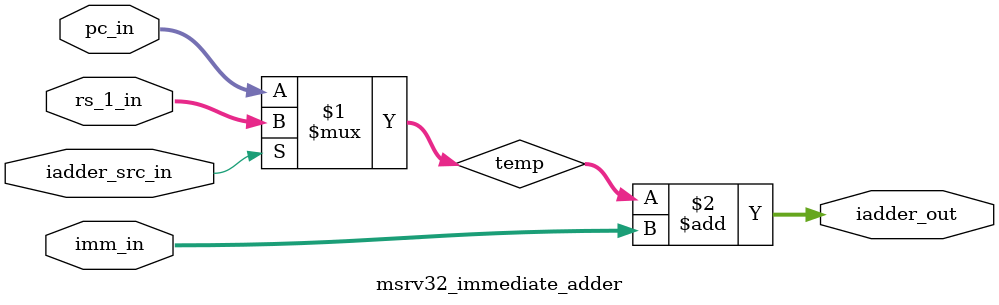
<source format=v>

module  msrv32_immediate_adder (pc_in, rs_1_in, iadder_src_in, imm_in, iadder_out);
input [31:0] pc_in;   //Pc from the REG block 1
input [31:0] rs_1_in;   //from source register 1
input [31:0] imm_in;  //from immediate adder output
input iadder_src_in;  //To know which type of instructions it is

output wire [31:0] iadder_out;

wire [31:0] temp;
assign temp = (iadder_src_in) ? rs_1_in : pc_in;
assign iadder_out = temp + imm_in;

endmodule

</source>
